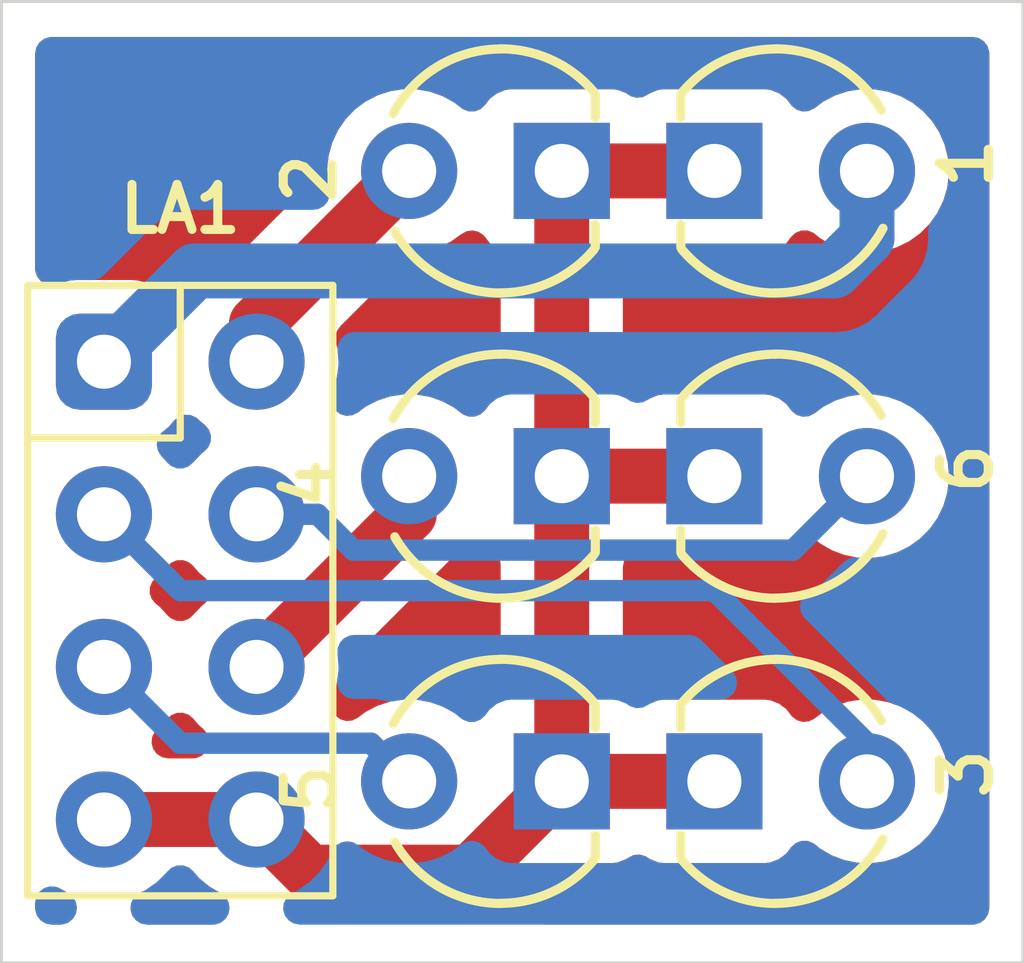
<source format=kicad_pcb>
(kicad_pcb (version 20211014) (generator pcbnew)
  (layers (0 "F.Cu" signal) (31 "B.Cu" signal) (34 "B.Paste" user) (35 "F.Paste" user) (36 "B.SilkS" user "B.Silkscreen") (37 "F.SilkS" user "F.Silkscreen") (38 "B.Mask" user) (39 "F.Mask" user) (44 "Edge.Cuts" user))
  (net 0 "")
  (net 1 "Net-(D2-Pad2)")
  (net 2 "Net-(D4-Pad2)")
  (net 3 "Net-(D5-Pad2)")
  (net 4 "Net-(D1-Pad2)")
  (net 5 "Net-(D6-Pad2)")
  (net 6 "Net-(D1-Pad1)")
  (net 7 "Net-(D3-Pad2)")
  (footprint "myAmp:LED_ARRAY" (layer "F.Cu") (at 53.975 90.805)
    (fp_text reference "LA1" (at 0 -6.35 unlocked) (layer "F.SilkS") (effects (font (size 0.75 0.75))))
    (fp_text value "LED_ARRAY" hide)
    (fp_line (start -2.54 5.08) (end -2.54 -5.08) (layer "F.SilkS") (width 0.12))
    (fp_line (start -2.54 -2.54) (end 0 -2.54) (layer "F.SilkS") (width 0.12))
    (fp_line (start 2.54 5.08) (end -2.54 5.08) (layer "F.SilkS") (width 0.12))
    (fp_line (start 2.54 -5.08) (end 2.54 5.08) (layer "F.SilkS") (width 0.12))
    (fp_line (start -2.54 -5.08) (end 2.54 -5.08) (layer "F.SilkS") (width 0.12))
    (fp_line (start 0 -5.08) (end 0 -2.54) (layer "F.SilkS") (width 0.12))
    (pad "1" thru_hole roundrect (at -1.27 -3.81) (size 1.6 1.6) (drill 0.9) (layers *.Cu *.Mask) (net 7 "Net-(D3-Pad2)"))
    (pad "2" thru_hole circle (at 1.27 -3.81) (size 1.6 1.6) (drill 0.9) (layers *.Cu *.Mask) (net 1 "Net-(D2-Pad2)"))
    (pad "3" thru_hole circle (at -1.27 -1.27) (size 1.6 1.6) (drill 0.9) (layers *.Cu *.Mask) (net 4 "Net-(D1-Pad2)"))
    (pad "4" thru_hole circle (at 1.27 -1.27) (size 1.6 1.6) (drill 0.9) (layers *.Cu *.Mask) (net 5 "Net-(D6-Pad2)"))
    (pad "5" thru_hole circle (at -1.27 1.27) (size 1.6 1.6) (drill 0.9) (layers *.Cu *.Mask) (net 3 "Net-(D5-Pad2)"))
    (pad "6" thru_hole circle (at 1.27 1.27) (size 1.6 1.6) (drill 0.9) (layers *.Cu *.Mask) (net 2 "Net-(D4-Pad2)"))
    (pad "7" thru_hole circle (at -1.27 3.81) (size 1.6 1.6) (drill 0.9) (layers *.Cu *.Mask) (net 6 "Net-(D1-Pad1)"))
    (pad "8" thru_hole circle (at 1.27 3.81) (size 1.6 1.6) (drill 0.9) (layers *.Cu *.Mask) (net 6 "Net-(D1-Pad1)"))
  )
  (footprint "myAmp:LED_D3.0mm" (layer "F.Cu") (at 59.055 93.98)
    (fp_text reference "D5" hide)
    (fp_text value "5" (at -2.921 0.127 90) (layer "F.SilkS") (effects (font (size 0.8128 0.8128) (thickness 0.1524))))
    (fp_line (start 1.8288 -1.27) (end 1.8288 -0.889) (layer "F.SilkS") (width 0.1524))
    (fp_line (start 1.8288 1.27) (end 1.8288 0.889) (layer "F.SilkS") (width 0.1524))
    (fp_arc (start 0.254 -2.032) (mid 1.114367 -1.840867) (end 1.81288 -1.303426) (layer "F.SilkS") (width 0.1524))
    (fp_arc (start 1.8034 1.31064) (mid 1.109154 1.840416) (end 0.256552 2.029387) (layer "F.SilkS") (width 0.1524))
    (fp_arc (start -1.5367 -0.95504) (mid -0.790567 -1.739997) (end 0.253025 -2.02946) (layer "F.SilkS") (width 0.1524))
    (fp_arc (start 0.254 2.032) (mid -0.76507 1.757988) (end -1.509299 1.009851) (layer "F.SilkS") (width 0.1524))
    (pad "1" thru_hole rect locked (at 1.27 0) (size 1.6 1.6) (drill 0.9) (layers *.Cu *.Mask) (net 6 "Net-(D1-Pad1)"))
    (pad "2" thru_hole circle locked (at -1.27 0) (size 1.6 1.6) (drill 0.9) (layers *.Cu *.Mask) (net 3 "Net-(D5-Pad2)"))
  )
  (footprint "myAmp:LED_D3.0mm" (layer "F.Cu") (at 64.135 88.9 180)
    (fp_text reference "D6" hide)
    (fp_text value "6" (at -2.921 0.127 90) (layer "F.SilkS") (effects (font (size 0.8128 0.8128) (thickness 0.1524))))
    (fp_line (start 1.8288 -1.27) (end 1.8288 -0.889) (layer "F.SilkS") (width 0.1524))
    (fp_line (start 1.8288 1.27) (end 1.8288 0.889) (layer "F.SilkS") (width 0.1524))
    (fp_arc (start 0.254 2.032) (mid -0.76507 1.757988) (end -1.509299 1.009851) (layer "F.SilkS") (width 0.1524))
    (fp_arc (start 1.8034 1.31064) (mid 1.109154 1.840416) (end 0.256552 2.029387) (layer "F.SilkS") (width 0.1524))
    (fp_arc (start -1.5367 -0.95504) (mid -0.790567 -1.739997) (end 0.253025 -2.02946) (layer "F.SilkS") (width 0.1524))
    (fp_arc (start 0.254 -2.032) (mid 1.114367 -1.840867) (end 1.81288 -1.303426) (layer "F.SilkS") (width 0.1524))
    (pad "1" thru_hole rect locked (at 1.27 0 180) (size 1.6 1.6) (drill 0.9) (layers *.Cu *.Mask) (net 6 "Net-(D1-Pad1)"))
    (pad "2" thru_hole circle locked (at -1.27 0 180) (size 1.6 1.6) (drill 0.9) (layers *.Cu *.Mask) (net 5 "Net-(D6-Pad2)"))
  )
  (footprint "myAmp:LED_D3.0mm" (layer "F.Cu") (at 59.055 83.82)
    (fp_text reference "D2" hide)
    (fp_text value "2" (at -2.921 0.127 90) (layer "F.SilkS") (effects (font (size 0.8128 0.8128) (thickness 0.1524))))
    (fp_line (start 1.8288 1.27) (end 1.8288 0.889) (layer "F.SilkS") (width 0.1524))
    (fp_line (start 1.8288 -1.27) (end 1.8288 -0.889) (layer "F.SilkS") (width 0.1524))
    (fp_arc (start 0.254 2.032) (mid -0.76507 1.757988) (end -1.509299 1.009851) (layer "F.SilkS") (width 0.1524))
    (fp_arc (start 0.254 -2.032) (mid 1.114367 -1.840867) (end 1.81288 -1.303426) (layer "F.SilkS") (width 0.1524))
    (fp_arc (start -1.5367 -0.95504) (mid -0.790567 -1.739997) (end 0.253025 -2.02946) (layer "F.SilkS") (width 0.1524))
    (fp_arc (start 1.8034 1.31064) (mid 1.109154 1.840416) (end 0.256552 2.029387) (layer "F.SilkS") (width 0.1524))
    (pad "1" thru_hole rect locked (at 1.27 0) (size 1.6 1.6) (drill 0.9) (layers *.Cu *.Mask) (net 6 "Net-(D1-Pad1)"))
    (pad "2" thru_hole circle locked (at -1.27 0) (size 1.6 1.6) (drill 0.9) (layers *.Cu *.Mask) (net 1 "Net-(D2-Pad2)"))
  )
  (footprint "myAmp:LED_D3.0mm" (layer "F.Cu") (at 64.135 93.98 180)
    (fp_text reference "D1" hide)
    (fp_text value "3" (at -2.921 0.127 90) (layer "F.SilkS") (effects (font (size 0.8128 0.8128) (thickness 0.1524))))
    (fp_line (start 1.8288 -1.27) (end 1.8288 -0.889) (layer "F.SilkS") (width 0.1524))
    (fp_line (start 1.8288 1.27) (end 1.8288 0.889) (layer "F.SilkS") (width 0.1524))
    (fp_arc (start 0.254 -2.032) (mid 1.114367 -1.840867) (end 1.81288 -1.303426) (layer "F.SilkS") (width 0.1524))
    (fp_arc (start 0.254 2.032) (mid -0.76507 1.757988) (end -1.509299 1.009851) (layer "F.SilkS") (width 0.1524))
    (fp_arc (start -1.5367 -0.95504) (mid -0.790567 -1.739997) (end 0.253025 -2.02946) (layer "F.SilkS") (width 0.1524))
    (fp_arc (start 1.8034 1.31064) (mid 1.109154 1.840416) (end 0.256552 2.029387) (layer "F.SilkS") (width 0.1524))
    (pad "1" thru_hole rect locked (at 1.27 0 180) (size 1.6 1.6) (drill 0.9) (layers *.Cu *.Mask) (net 6 "Net-(D1-Pad1)"))
    (pad "2" thru_hole circle locked (at -1.27 0 180) (size 1.6 1.6) (drill 0.9) (layers *.Cu *.Mask) (net 4 "Net-(D1-Pad2)"))
  )
  (footprint "myAmp:LED_D3.0mm" (layer "F.Cu") (at 59.055 88.9)
    (fp_text reference "D4" hide)
    (fp_text value "4" (at -2.921 0.127 90) (layer "F.SilkS") (effects (font (size 0.8128 0.8128) (thickness 0.1524))))
    (fp_line (start 1.8288 -1.27) (end 1.8288 -0.889) (layer "F.SilkS") (width 0.1524))
    (fp_line (start 1.8288 1.27) (end 1.8288 0.889) (layer "F.SilkS") (width 0.1524))
    (fp_arc (start 1.8034 1.31064) (mid 1.109154 1.840416) (end 0.256552 2.029387) (layer "F.SilkS") (width 0.1524))
    (fp_arc (start 0.254 -2.032) (mid 1.114367 -1.840867) (end 1.81288 -1.303426) (layer "F.SilkS") (width 0.1524))
    (fp_arc (start -1.5367 -0.95504) (mid -0.790567 -1.739997) (end 0.253025 -2.02946) (layer "F.SilkS") (width 0.1524))
    (fp_arc (start 0.254 2.032) (mid -0.76507 1.757988) (end -1.509299 1.009851) (layer "F.SilkS") (width 0.1524))
    (pad "1" thru_hole rect locked (at 1.27 0) (size 1.6 1.6) (drill 0.9) (layers *.Cu *.Mask) (net 6 "Net-(D1-Pad1)"))
    (pad "2" thru_hole circle locked (at -1.27 0) (size 1.6 1.6) (drill 0.9) (layers *.Cu *.Mask) (net 2 "Net-(D4-Pad2)"))
  )
  (footprint "myAmp:LED_D3.0mm" (layer "F.Cu") (at 64.135 83.82 180)
    (fp_text reference "D3" hide)
    (fp_text value "1" (at -2.921 0.127 90) (layer "F.SilkS") (effects (font (size 0.8128 0.8128) (thickness 0.1524))))
    (fp_line (start 1.8288 1.27) (end 1.8288 0.889) (layer "F.SilkS") (width 0.1524))
    (fp_line (start 1.8288 -1.27) (end 1.8288 -0.889) (layer "F.SilkS") (width 0.1524))
    (fp_arc (start -1.5367 -0.95504) (mid -0.790567 -1.739997) (end 0.253025 -2.02946) (layer "F.SilkS") (width 0.1524))
    (fp_arc (start 1.8034 1.31064) (mid 1.109154 1.840416) (end 0.256552 2.029387) (layer "F.SilkS") (width 0.1524))
    (fp_arc (start 0.254 -2.032) (mid 1.114367 -1.840867) (end 1.81288 -1.303426) (layer "F.SilkS") (width 0.1524))
    (fp_arc (start 0.254 2.032) (mid -0.76507 1.757988) (end -1.509299 1.009851) (layer "F.SilkS") (width 0.1524))
    (pad "1" thru_hole rect locked (at 1.27 0 180) (size 1.6 1.6) (drill 0.9) (layers *.Cu *.Mask) (net 6 "Net-(D1-Pad1)"))
    (pad "2" thru_hole circle locked (at -1.27 0 180) (size 1.6 1.6) (drill 0.9) (layers *.Cu *.Mask) (net 7 "Net-(D3-Pad2)"))
  )
  (gr_line (start 51 97) (end 51 81) (layer "Edge.Cuts") (width 0.05))
  (gr_line (start 68 81) (end 68 97) (layer "Edge.Cuts") (width 0.05))
  (gr_line (start 68 97) (end 51 97) (layer "Edge.Cuts") (width 0.05))
  (gr_line (start 51 81) (end 68 81) (layer "Edge.Cuts") (width 0.05))
  (segment (start 57.785 83.82) (end 55.245 86.36) (width 0.9144) (layer "F.Cu") (net 1))
  (segment (start 55.245 86.36) (end 55.245 86.995) (width 0.9144) (layer "F.Cu") (net 1))
  (segment (start 57.785 89.535) (end 55.245 92.075) (width 0.9144) (layer "F.Cu") (net 2))
  (segment (start 57.785 88.9) (end 57.785 89.535) (width 0.9144) (layer "F.Cu") (net 2))
  (segment (start 52.705 92.075) (end 53.975 93.345) (width 0.3556) (layer "B.Cu") (net 3))
  (segment (start 53.975 93.345) (end 57.15 93.345) (width 0.3556) (layer "B.Cu") (net 3))
  (segment (start 57.15 93.345) (end 57.785 93.98) (width 0.3556) (layer "B.Cu") (net 3))
  (segment (start 52.705 89.535) (end 53.975 90.805) (width 0.3556) (layer "B.Cu") (net 4))
  (segment (start 62.865 90.805) (end 65.405 93.345) (width 0.3556) (layer "B.Cu") (net 4))
  (segment (start 53.975 90.805) (end 62.865 90.805) (width 0.3556) (layer "B.Cu") (net 4))
  (segment (start 65.405 93.345) (end 65.405 93.98) (width 0.3556) (layer "B.Cu") (net 4))
  (segment (start 56.261 89.535) (end 56.857311 90.131311) (width 0.3556) (layer "B.Cu") (net 5))
  (segment (start 64.173689 90.131311) (end 65.405 88.9) (width 0.3556) (layer "B.Cu") (net 5))
  (segment (start 55.245 89.535) (end 56.261 89.535) (width 0.3556) (layer "B.Cu") (net 5))
  (segment (start 56.857311 90.131311) (end 64.173689 90.131311) (width 0.3556) (layer "B.Cu") (net 5))
  (segment (start 56.120711 95.490711) (end 55.245 94.615) (width 0.9144) (layer "F.Cu") (net 6))
  (segment (start 58.814289 95.490711) (end 56.120711 95.490711) (width 0.9144) (layer "F.Cu") (net 6))
  (segment (start 52.705 94.615) (end 55.245 94.615) (width 0.9144) (layer "F.Cu") (net 6))
  (segment (start 62.865 83.82) (end 60.325 83.82) (width 0.9144) (layer "F.Cu") (net 6))
  (segment (start 62.865 93.98) (end 60.325 93.98) (width 0.9144) (layer "F.Cu") (net 6))
  (segment (start 62.865 88.9) (end 60.325 88.9) (width 0.9144) (layer "F.Cu") (net 6))
  (segment (start 60.325 93.98) (end 58.814289 95.490711) (width 0.9144) (layer "F.Cu") (net 6))
  (segment (start 60.325 83.82) (end 60.325 93.98) (width 0.9144) (layer "F.Cu") (net 6))
  (segment (start 65.405 84.936422) (end 65.405 83.82) (width 0.9144) (layer "B.Cu") (net 7))
  (segment (start 54.215711 85.484289) (end 64.857133 85.484289) (width 0.9144) (layer "B.Cu") (net 7))
  (segment (start 64.857133 85.484289) (end 65.405 84.936422) (width 0.9144) (layer "B.Cu") (net 7))
  (segment (start 52.705 86.995) (end 54.215711 85.484289) (width 0.9144) (layer "B.Cu") (net 7))
  (zone (net 0) (net_name "") (layers F&B.Cu) (connect_pads (clearance 0.5588)) (min_thickness 0.5588) (fill yes (thermal_gap 0.5588) (thermal_bridge_width 0.5588))
    (polygon (pts (xy 67.57 96.365) (xy 51.27 96.365) (xy 51.27 81.59) (xy 67.57 81.59)))
  )
)
</source>
